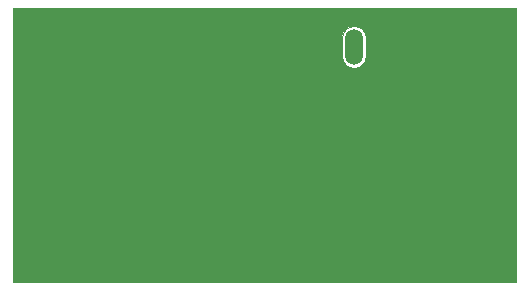
<source format=gbr>
G04 #@! TF.FileFunction,Copper,L2,Bot,Signal*
%FSLAX46Y46*%
G04 Gerber Fmt 4.6, Leading zero omitted, Abs format (unit mm)*
G04 Created by KiCad (PCBNEW 4.0.2+dfsg1-stable) date Qua 18 Mai 2016 07:57:35 BRT*
%MOMM*%
G01*
G04 APERTURE LIST*
%ADD10C,0.100000*%
%ADD11C,1.500000*%
%ADD12R,4.000000X1.481000*%
%ADD13O,1.506220X3.014980*%
G04 APERTURE END LIST*
D10*
D11*
X195800000Y-111200000D03*
X195800000Y-116200000D03*
X194100000Y-108000000D03*
X186100000Y-108000000D03*
X194100000Y-104000000D03*
X186100000Y-104000000D03*
X183300000Y-116200000D03*
X185800000Y-116200000D03*
X188300000Y-116200000D03*
X190800000Y-116200000D03*
X193300000Y-116200000D03*
X198300000Y-116200000D03*
X183300000Y-111200000D03*
X185800000Y-111200000D03*
X193300000Y-111200000D03*
X179050000Y-110050000D03*
X176550000Y-110050000D03*
X174050000Y-110050000D03*
X171550000Y-110050000D03*
X169050000Y-110050000D03*
X166550000Y-110050000D03*
X176550000Y-115050000D03*
X174050000Y-115050000D03*
X171550000Y-115050000D03*
X169050000Y-115050000D03*
D12*
X163550000Y-109769500D03*
X163550000Y-115330500D03*
X201450000Y-116630500D03*
X201450000Y-111069500D03*
D11*
X166550000Y-115050000D03*
X198300000Y-111200000D03*
X179900000Y-116025000D03*
D13*
X190080000Y-99925000D03*
X192620000Y-99925000D03*
D10*
G36*
X203775000Y-119775000D02*
X161225000Y-119775000D01*
X161225000Y-99136189D01*
X189076890Y-99136189D01*
X189076890Y-100713811D01*
X189153247Y-101097685D01*
X189370694Y-101423117D01*
X189696126Y-101640564D01*
X190080000Y-101716921D01*
X190463874Y-101640564D01*
X190789306Y-101423117D01*
X191006753Y-101097685D01*
X191083110Y-100713811D01*
X191083110Y-99136189D01*
X191006753Y-98752315D01*
X190789306Y-98426883D01*
X190463874Y-98209436D01*
X190080000Y-98133079D01*
X189696126Y-98209436D01*
X189370694Y-98426883D01*
X189153247Y-98752315D01*
X189076890Y-99136189D01*
X161225000Y-99136189D01*
X161225000Y-96575000D01*
X203775000Y-96575000D01*
X203775000Y-119775000D01*
X203775000Y-119775000D01*
G37*
X203775000Y-119775000D02*
X161225000Y-119775000D01*
X161225000Y-99136189D01*
X189076890Y-99136189D01*
X189076890Y-100713811D01*
X189153247Y-101097685D01*
X189370694Y-101423117D01*
X189696126Y-101640564D01*
X190080000Y-101716921D01*
X190463874Y-101640564D01*
X190789306Y-101423117D01*
X191006753Y-101097685D01*
X191083110Y-100713811D01*
X191083110Y-99136189D01*
X191006753Y-98752315D01*
X190789306Y-98426883D01*
X190463874Y-98209436D01*
X190080000Y-98133079D01*
X189696126Y-98209436D01*
X189370694Y-98426883D01*
X189153247Y-98752315D01*
X189076890Y-99136189D01*
X161225000Y-99136189D01*
X161225000Y-96575000D01*
X203775000Y-96575000D01*
X203775000Y-119775000D01*
M02*

</source>
